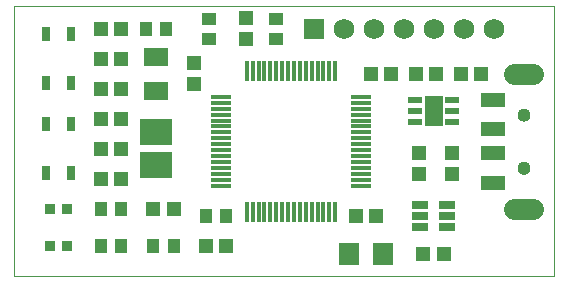
<source format=gts>
G75*
%MOIN*%
%OFA0B0*%
%FSLAX25Y25*%
%IPPOS*%
%LPD*%
%AMOC8*
5,1,8,0,0,1.08239X$1,22.5*
%
%ADD10C,0.00000*%
%ADD11R,0.06693X0.01575*%
%ADD12R,0.01575X0.06693*%
%ADD13R,0.04724X0.01969*%
%ADD14R,0.06496X0.10039*%
%ADD15R,0.04652X0.04534*%
%ADD16R,0.04534X0.04652*%
%ADD17R,0.06699X0.07487*%
%ADD18R,0.04337X0.04731*%
%ADD19R,0.07880X0.06306*%
%ADD20R,0.04731X0.04337*%
%ADD21R,0.02953X0.04528*%
%ADD22R,0.05167X0.02657*%
%ADD23R,0.06900X0.06900*%
%ADD24C,0.06900*%
%ADD25C,0.07000*%
%ADD26C,0.04337*%
%ADD27R,0.08274X0.05124*%
%ADD28R,0.03550X0.03550*%
%ADD29R,0.11030X0.09061*%
D10*
X0024428Y0011800D02*
X0024428Y0101800D01*
X0204428Y0101800D01*
X0204428Y0011800D01*
X0024428Y0011800D01*
X0192459Y0047942D02*
X0192461Y0048030D01*
X0192467Y0048118D01*
X0192477Y0048206D01*
X0192491Y0048294D01*
X0192508Y0048380D01*
X0192530Y0048466D01*
X0192555Y0048550D01*
X0192585Y0048634D01*
X0192617Y0048716D01*
X0192654Y0048796D01*
X0192694Y0048875D01*
X0192738Y0048952D01*
X0192785Y0049027D01*
X0192835Y0049099D01*
X0192889Y0049170D01*
X0192945Y0049237D01*
X0193005Y0049303D01*
X0193067Y0049365D01*
X0193133Y0049425D01*
X0193200Y0049481D01*
X0193271Y0049535D01*
X0193343Y0049585D01*
X0193418Y0049632D01*
X0193495Y0049676D01*
X0193574Y0049716D01*
X0193654Y0049753D01*
X0193736Y0049785D01*
X0193820Y0049815D01*
X0193904Y0049840D01*
X0193990Y0049862D01*
X0194076Y0049879D01*
X0194164Y0049893D01*
X0194252Y0049903D01*
X0194340Y0049909D01*
X0194428Y0049911D01*
X0194516Y0049909D01*
X0194604Y0049903D01*
X0194692Y0049893D01*
X0194780Y0049879D01*
X0194866Y0049862D01*
X0194952Y0049840D01*
X0195036Y0049815D01*
X0195120Y0049785D01*
X0195202Y0049753D01*
X0195282Y0049716D01*
X0195361Y0049676D01*
X0195438Y0049632D01*
X0195513Y0049585D01*
X0195585Y0049535D01*
X0195656Y0049481D01*
X0195723Y0049425D01*
X0195789Y0049365D01*
X0195851Y0049303D01*
X0195911Y0049237D01*
X0195967Y0049170D01*
X0196021Y0049099D01*
X0196071Y0049027D01*
X0196118Y0048952D01*
X0196162Y0048875D01*
X0196202Y0048796D01*
X0196239Y0048716D01*
X0196271Y0048634D01*
X0196301Y0048550D01*
X0196326Y0048466D01*
X0196348Y0048380D01*
X0196365Y0048294D01*
X0196379Y0048206D01*
X0196389Y0048118D01*
X0196395Y0048030D01*
X0196397Y0047942D01*
X0196395Y0047854D01*
X0196389Y0047766D01*
X0196379Y0047678D01*
X0196365Y0047590D01*
X0196348Y0047504D01*
X0196326Y0047418D01*
X0196301Y0047334D01*
X0196271Y0047250D01*
X0196239Y0047168D01*
X0196202Y0047088D01*
X0196162Y0047009D01*
X0196118Y0046932D01*
X0196071Y0046857D01*
X0196021Y0046785D01*
X0195967Y0046714D01*
X0195911Y0046647D01*
X0195851Y0046581D01*
X0195789Y0046519D01*
X0195723Y0046459D01*
X0195656Y0046403D01*
X0195585Y0046349D01*
X0195513Y0046299D01*
X0195438Y0046252D01*
X0195361Y0046208D01*
X0195282Y0046168D01*
X0195202Y0046131D01*
X0195120Y0046099D01*
X0195036Y0046069D01*
X0194952Y0046044D01*
X0194866Y0046022D01*
X0194780Y0046005D01*
X0194692Y0045991D01*
X0194604Y0045981D01*
X0194516Y0045975D01*
X0194428Y0045973D01*
X0194340Y0045975D01*
X0194252Y0045981D01*
X0194164Y0045991D01*
X0194076Y0046005D01*
X0193990Y0046022D01*
X0193904Y0046044D01*
X0193820Y0046069D01*
X0193736Y0046099D01*
X0193654Y0046131D01*
X0193574Y0046168D01*
X0193495Y0046208D01*
X0193418Y0046252D01*
X0193343Y0046299D01*
X0193271Y0046349D01*
X0193200Y0046403D01*
X0193133Y0046459D01*
X0193067Y0046519D01*
X0193005Y0046581D01*
X0192945Y0046647D01*
X0192889Y0046714D01*
X0192835Y0046785D01*
X0192785Y0046857D01*
X0192738Y0046932D01*
X0192694Y0047009D01*
X0192654Y0047088D01*
X0192617Y0047168D01*
X0192585Y0047250D01*
X0192555Y0047334D01*
X0192530Y0047418D01*
X0192508Y0047504D01*
X0192491Y0047590D01*
X0192477Y0047678D01*
X0192467Y0047766D01*
X0192461Y0047854D01*
X0192459Y0047942D01*
X0192459Y0065658D02*
X0192461Y0065746D01*
X0192467Y0065834D01*
X0192477Y0065922D01*
X0192491Y0066010D01*
X0192508Y0066096D01*
X0192530Y0066182D01*
X0192555Y0066266D01*
X0192585Y0066350D01*
X0192617Y0066432D01*
X0192654Y0066512D01*
X0192694Y0066591D01*
X0192738Y0066668D01*
X0192785Y0066743D01*
X0192835Y0066815D01*
X0192889Y0066886D01*
X0192945Y0066953D01*
X0193005Y0067019D01*
X0193067Y0067081D01*
X0193133Y0067141D01*
X0193200Y0067197D01*
X0193271Y0067251D01*
X0193343Y0067301D01*
X0193418Y0067348D01*
X0193495Y0067392D01*
X0193574Y0067432D01*
X0193654Y0067469D01*
X0193736Y0067501D01*
X0193820Y0067531D01*
X0193904Y0067556D01*
X0193990Y0067578D01*
X0194076Y0067595D01*
X0194164Y0067609D01*
X0194252Y0067619D01*
X0194340Y0067625D01*
X0194428Y0067627D01*
X0194516Y0067625D01*
X0194604Y0067619D01*
X0194692Y0067609D01*
X0194780Y0067595D01*
X0194866Y0067578D01*
X0194952Y0067556D01*
X0195036Y0067531D01*
X0195120Y0067501D01*
X0195202Y0067469D01*
X0195282Y0067432D01*
X0195361Y0067392D01*
X0195438Y0067348D01*
X0195513Y0067301D01*
X0195585Y0067251D01*
X0195656Y0067197D01*
X0195723Y0067141D01*
X0195789Y0067081D01*
X0195851Y0067019D01*
X0195911Y0066953D01*
X0195967Y0066886D01*
X0196021Y0066815D01*
X0196071Y0066743D01*
X0196118Y0066668D01*
X0196162Y0066591D01*
X0196202Y0066512D01*
X0196239Y0066432D01*
X0196271Y0066350D01*
X0196301Y0066266D01*
X0196326Y0066182D01*
X0196348Y0066096D01*
X0196365Y0066010D01*
X0196379Y0065922D01*
X0196389Y0065834D01*
X0196395Y0065746D01*
X0196397Y0065658D01*
X0196395Y0065570D01*
X0196389Y0065482D01*
X0196379Y0065394D01*
X0196365Y0065306D01*
X0196348Y0065220D01*
X0196326Y0065134D01*
X0196301Y0065050D01*
X0196271Y0064966D01*
X0196239Y0064884D01*
X0196202Y0064804D01*
X0196162Y0064725D01*
X0196118Y0064648D01*
X0196071Y0064573D01*
X0196021Y0064501D01*
X0195967Y0064430D01*
X0195911Y0064363D01*
X0195851Y0064297D01*
X0195789Y0064235D01*
X0195723Y0064175D01*
X0195656Y0064119D01*
X0195585Y0064065D01*
X0195513Y0064015D01*
X0195438Y0063968D01*
X0195361Y0063924D01*
X0195282Y0063884D01*
X0195202Y0063847D01*
X0195120Y0063815D01*
X0195036Y0063785D01*
X0194952Y0063760D01*
X0194866Y0063738D01*
X0194780Y0063721D01*
X0194692Y0063707D01*
X0194604Y0063697D01*
X0194516Y0063691D01*
X0194428Y0063689D01*
X0194340Y0063691D01*
X0194252Y0063697D01*
X0194164Y0063707D01*
X0194076Y0063721D01*
X0193990Y0063738D01*
X0193904Y0063760D01*
X0193820Y0063785D01*
X0193736Y0063815D01*
X0193654Y0063847D01*
X0193574Y0063884D01*
X0193495Y0063924D01*
X0193418Y0063968D01*
X0193343Y0064015D01*
X0193271Y0064065D01*
X0193200Y0064119D01*
X0193133Y0064175D01*
X0193067Y0064235D01*
X0193005Y0064297D01*
X0192945Y0064363D01*
X0192889Y0064430D01*
X0192835Y0064501D01*
X0192785Y0064573D01*
X0192738Y0064648D01*
X0192694Y0064725D01*
X0192654Y0064804D01*
X0192617Y0064884D01*
X0192585Y0064966D01*
X0192555Y0065050D01*
X0192530Y0065134D01*
X0192508Y0065220D01*
X0192491Y0065306D01*
X0192477Y0065394D01*
X0192467Y0065482D01*
X0192461Y0065570D01*
X0192459Y0065658D01*
D11*
X0140354Y0065658D03*
X0140354Y0067627D03*
X0140354Y0069595D03*
X0140354Y0071564D03*
X0140354Y0063690D03*
X0140354Y0061721D03*
X0140354Y0059753D03*
X0140354Y0057784D03*
X0140354Y0055816D03*
X0140354Y0053847D03*
X0140354Y0051879D03*
X0140354Y0049910D03*
X0140354Y0047942D03*
X0140354Y0045973D03*
X0140354Y0044005D03*
X0140354Y0042036D03*
X0093503Y0042036D03*
X0093503Y0044005D03*
X0093503Y0045973D03*
X0093503Y0047942D03*
X0093503Y0049910D03*
X0093503Y0051879D03*
X0093503Y0053847D03*
X0093503Y0055816D03*
X0093503Y0057784D03*
X0093503Y0059753D03*
X0093503Y0061721D03*
X0093503Y0063690D03*
X0093503Y0065658D03*
X0093503Y0067627D03*
X0093503Y0069595D03*
X0093503Y0071564D03*
D12*
X0102165Y0080225D03*
X0104133Y0080225D03*
X0106102Y0080225D03*
X0108070Y0080225D03*
X0110039Y0080225D03*
X0112007Y0080225D03*
X0113976Y0080225D03*
X0115944Y0080225D03*
X0117913Y0080225D03*
X0119881Y0080225D03*
X0121850Y0080225D03*
X0123818Y0080225D03*
X0125787Y0080225D03*
X0127755Y0080225D03*
X0129724Y0080225D03*
X0131692Y0080225D03*
X0131692Y0033375D03*
X0129724Y0033375D03*
X0127755Y0033375D03*
X0125787Y0033375D03*
X0123818Y0033375D03*
X0121850Y0033375D03*
X0119881Y0033375D03*
X0117913Y0033375D03*
X0115944Y0033375D03*
X0113976Y0033375D03*
X0112007Y0033375D03*
X0110039Y0033375D03*
X0108070Y0033375D03*
X0106102Y0033375D03*
X0104133Y0033375D03*
X0102165Y0033375D03*
D13*
X0158129Y0063060D03*
X0158129Y0066800D03*
X0158129Y0070540D03*
X0170728Y0070540D03*
X0170728Y0066800D03*
X0170728Y0063060D03*
D14*
X0164428Y0066800D03*
D15*
X0159428Y0052745D03*
X0170678Y0052745D03*
X0170678Y0045855D03*
X0159428Y0045855D03*
X0084428Y0075855D03*
X0084428Y0082745D03*
X0101928Y0090855D03*
X0101928Y0097745D03*
D16*
X0060373Y0094300D03*
X0053484Y0094300D03*
X0053484Y0084300D03*
X0060373Y0084300D03*
X0060373Y0074300D03*
X0053484Y0074300D03*
X0053484Y0064300D03*
X0060373Y0064300D03*
X0060373Y0054300D03*
X0053484Y0054300D03*
X0053484Y0044300D03*
X0060373Y0044300D03*
X0070984Y0034300D03*
X0077873Y0034300D03*
X0088484Y0021800D03*
X0095373Y0021800D03*
X0138484Y0031800D03*
X0145373Y0031800D03*
X0160984Y0019300D03*
X0167873Y0019300D03*
X0165373Y0079300D03*
X0158484Y0079300D03*
X0150373Y0079300D03*
X0143484Y0079300D03*
X0173484Y0079300D03*
X0180373Y0079300D03*
D17*
X0147440Y0019300D03*
X0136417Y0019300D03*
D18*
X0095275Y0031800D03*
X0088582Y0031800D03*
X0077775Y0021800D03*
X0071082Y0021800D03*
X0060275Y0021800D03*
X0053582Y0021800D03*
X0053582Y0034300D03*
X0060275Y0034300D03*
X0068582Y0094300D03*
X0075275Y0094300D03*
D19*
X0071928Y0085009D03*
X0071928Y0073591D03*
D20*
X0089428Y0090954D03*
X0089428Y0097646D03*
X0111928Y0097646D03*
X0111928Y0090954D03*
D21*
X0043661Y0092469D03*
X0035196Y0092469D03*
X0035196Y0076131D03*
X0043661Y0076131D03*
X0043661Y0062469D03*
X0035196Y0062469D03*
X0035196Y0046131D03*
X0043661Y0046131D03*
D22*
X0159876Y0035540D03*
X0159876Y0031800D03*
X0159876Y0028060D03*
X0168981Y0028060D03*
X0168981Y0031800D03*
X0168981Y0035540D03*
D23*
X0124428Y0094300D03*
D24*
X0134428Y0094300D03*
X0144428Y0094300D03*
X0154428Y0094300D03*
X0164428Y0094300D03*
X0174428Y0094300D03*
X0184428Y0094300D03*
D25*
X0191128Y0079241D02*
X0197728Y0079241D01*
X0197728Y0034359D02*
X0191128Y0034359D01*
D26*
X0194428Y0047942D03*
X0194428Y0065658D03*
D27*
X0184192Y0060737D03*
X0184192Y0052863D03*
X0184192Y0043020D03*
X0184192Y0070580D03*
D28*
X0042381Y0034300D03*
X0036476Y0034300D03*
X0036476Y0021800D03*
X0042381Y0021800D03*
D29*
X0071928Y0048788D03*
X0071928Y0059812D03*
M02*

</source>
